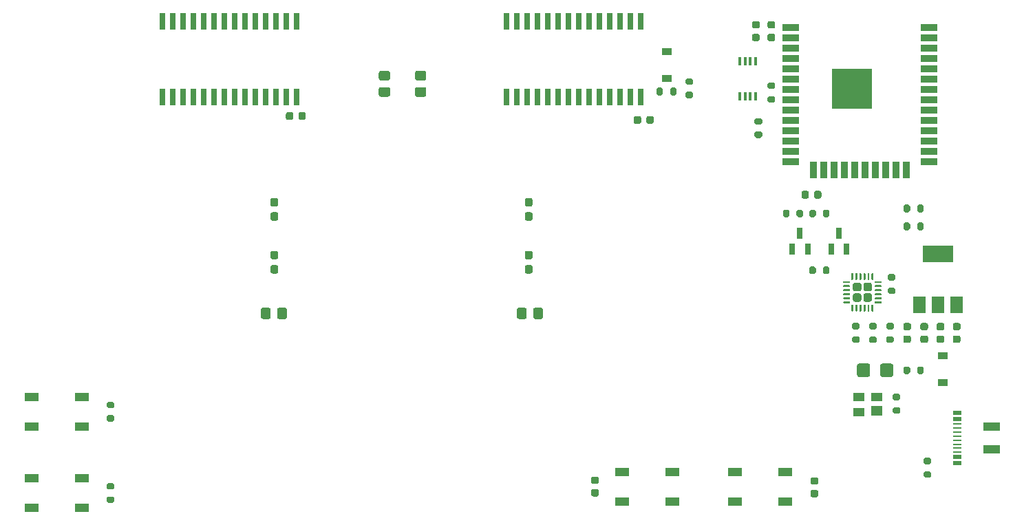
<source format=gbr>
G04 #@! TF.GenerationSoftware,KiCad,Pcbnew,(5.1.9)-1*
G04 #@! TF.CreationDate,2021-02-12T16:54:04+01:00*
G04 #@! TF.ProjectId,LTP305_ESP32_CLOCK,4c545033-3035-45f4-9553-5033325f434c,rev?*
G04 #@! TF.SameCoordinates,Original*
G04 #@! TF.FileFunction,Paste,Top*
G04 #@! TF.FilePolarity,Positive*
%FSLAX46Y46*%
G04 Gerber Fmt 4.6, Leading zero omitted, Abs format (unit mm)*
G04 Created by KiCad (PCBNEW (5.1.9)-1) date 2021-02-12 16:54:04*
%MOMM*%
%LPD*%
G01*
G04 APERTURE LIST*
%ADD10R,0.650000X2.100000*%
%ADD11R,2.000000X1.000000*%
%ADD12R,1.000000X0.270000*%
%ADD13R,1.000000X0.520000*%
%ADD14R,1.200000X0.900000*%
%ADD15R,1.400000X1.200000*%
%ADD16R,1.400000X1.000000*%
%ADD17R,0.650000X1.350000*%
%ADD18R,1.800000X1.100000*%
%ADD19R,3.800000X2.000000*%
%ADD20R,1.500000X2.000000*%
%ADD21R,0.400000X1.100000*%
%ADD22R,5.000000X5.000000*%
%ADD23R,2.000000X0.900000*%
%ADD24R,0.900000X2.000000*%
G04 APERTURE END LIST*
G36*
G01*
X131760000Y-139970000D02*
X131210000Y-139970000D01*
G75*
G02*
X131010000Y-139770000I0J200000D01*
G01*
X131010000Y-139370000D01*
G75*
G02*
X131210000Y-139170000I200000J0D01*
G01*
X131760000Y-139170000D01*
G75*
G02*
X131960000Y-139370000I0J-200000D01*
G01*
X131960000Y-139770000D01*
G75*
G02*
X131760000Y-139970000I-200000J0D01*
G01*
G37*
G36*
G01*
X131760000Y-141620000D02*
X131210000Y-141620000D01*
G75*
G02*
X131010000Y-141420000I0J200000D01*
G01*
X131010000Y-141020000D01*
G75*
G02*
X131210000Y-140820000I200000J0D01*
G01*
X131760000Y-140820000D01*
G75*
G02*
X131960000Y-141020000I0J-200000D01*
G01*
X131960000Y-141420000D01*
G75*
G02*
X131760000Y-141620000I-200000J0D01*
G01*
G37*
G36*
G01*
X131210000Y-130820000D02*
X131760000Y-130820000D01*
G75*
G02*
X131960000Y-131020000I0J-200000D01*
G01*
X131960000Y-131420000D01*
G75*
G02*
X131760000Y-131620000I-200000J0D01*
G01*
X131210000Y-131620000D01*
G75*
G02*
X131010000Y-131420000I0J200000D01*
G01*
X131010000Y-131020000D01*
G75*
G02*
X131210000Y-130820000I200000J0D01*
G01*
G37*
G36*
G01*
X131210000Y-129170000D02*
X131760000Y-129170000D01*
G75*
G02*
X131960000Y-129370000I0J-200000D01*
G01*
X131960000Y-129770000D01*
G75*
G02*
X131760000Y-129970000I-200000J0D01*
G01*
X131210000Y-129970000D01*
G75*
G02*
X131010000Y-129770000I0J200000D01*
G01*
X131010000Y-129370000D01*
G75*
G02*
X131210000Y-129170000I200000J0D01*
G01*
G37*
G36*
G01*
X229860000Y-105120000D02*
X229860000Y-105670000D01*
G75*
G02*
X229660000Y-105870000I-200000J0D01*
G01*
X229260000Y-105870000D01*
G75*
G02*
X229060000Y-105670000I0J200000D01*
G01*
X229060000Y-105120000D01*
G75*
G02*
X229260000Y-104920000I200000J0D01*
G01*
X229660000Y-104920000D01*
G75*
G02*
X229860000Y-105120000I0J-200000D01*
G01*
G37*
G36*
G01*
X231510000Y-105120000D02*
X231510000Y-105670000D01*
G75*
G02*
X231310000Y-105870000I-200000J0D01*
G01*
X230910000Y-105870000D01*
G75*
G02*
X230710000Y-105670000I0J200000D01*
G01*
X230710000Y-105120000D01*
G75*
G02*
X230910000Y-104920000I200000J0D01*
G01*
X231310000Y-104920000D01*
G75*
G02*
X231510000Y-105120000I0J-200000D01*
G01*
G37*
G36*
G01*
X229860000Y-107320000D02*
X229860000Y-107870000D01*
G75*
G02*
X229660000Y-108070000I-200000J0D01*
G01*
X229260000Y-108070000D01*
G75*
G02*
X229060000Y-107870000I0J200000D01*
G01*
X229060000Y-107320000D01*
G75*
G02*
X229260000Y-107120000I200000J0D01*
G01*
X229660000Y-107120000D01*
G75*
G02*
X229860000Y-107320000I0J-200000D01*
G01*
G37*
G36*
G01*
X231510000Y-107320000D02*
X231510000Y-107870000D01*
G75*
G02*
X231310000Y-108070000I-200000J0D01*
G01*
X230910000Y-108070000D01*
G75*
G02*
X230710000Y-107870000I0J200000D01*
G01*
X230710000Y-107320000D01*
G75*
G02*
X230910000Y-107120000I200000J0D01*
G01*
X231310000Y-107120000D01*
G75*
G02*
X231510000Y-107320000I0J-200000D01*
G01*
G37*
G36*
G01*
X227660000Y-120270000D02*
X227110000Y-120270000D01*
G75*
G02*
X226910000Y-120070000I0J200000D01*
G01*
X226910000Y-119670000D01*
G75*
G02*
X227110000Y-119470000I200000J0D01*
G01*
X227660000Y-119470000D01*
G75*
G02*
X227860000Y-119670000I0J-200000D01*
G01*
X227860000Y-120070000D01*
G75*
G02*
X227660000Y-120270000I-200000J0D01*
G01*
G37*
G36*
G01*
X227660000Y-121920000D02*
X227110000Y-121920000D01*
G75*
G02*
X226910000Y-121720000I0J200000D01*
G01*
X226910000Y-121320000D01*
G75*
G02*
X227110000Y-121120000I200000J0D01*
G01*
X227660000Y-121120000D01*
G75*
G02*
X227860000Y-121320000I0J-200000D01*
G01*
X227860000Y-121720000D01*
G75*
G02*
X227660000Y-121920000I-200000J0D01*
G01*
G37*
G36*
G01*
X215035000Y-105720000D02*
X215035000Y-106270000D01*
G75*
G02*
X214835000Y-106470000I-200000J0D01*
G01*
X214435000Y-106470000D01*
G75*
G02*
X214235000Y-106270000I0J200000D01*
G01*
X214235000Y-105720000D01*
G75*
G02*
X214435000Y-105520000I200000J0D01*
G01*
X214835000Y-105520000D01*
G75*
G02*
X215035000Y-105720000I0J-200000D01*
G01*
G37*
G36*
G01*
X216685000Y-105720000D02*
X216685000Y-106270000D01*
G75*
G02*
X216485000Y-106470000I-200000J0D01*
G01*
X216085000Y-106470000D01*
G75*
G02*
X215885000Y-106270000I0J200000D01*
G01*
X215885000Y-105720000D01*
G75*
G02*
X216085000Y-105520000I200000J0D01*
G01*
X216485000Y-105520000D01*
G75*
G02*
X216685000Y-105720000I0J-200000D01*
G01*
G37*
G36*
G01*
X227860000Y-114270000D02*
X227310000Y-114270000D01*
G75*
G02*
X227110000Y-114070000I0J200000D01*
G01*
X227110000Y-113670000D01*
G75*
G02*
X227310000Y-113470000I200000J0D01*
G01*
X227860000Y-113470000D01*
G75*
G02*
X228060000Y-113670000I0J-200000D01*
G01*
X228060000Y-114070000D01*
G75*
G02*
X227860000Y-114270000I-200000J0D01*
G01*
G37*
G36*
G01*
X227860000Y-115920000D02*
X227310000Y-115920000D01*
G75*
G02*
X227110000Y-115720000I0J200000D01*
G01*
X227110000Y-115320000D01*
G75*
G02*
X227310000Y-115120000I200000J0D01*
G01*
X227860000Y-115120000D01*
G75*
G02*
X228060000Y-115320000I0J-200000D01*
G01*
X228060000Y-115720000D01*
G75*
G02*
X227860000Y-115920000I-200000J0D01*
G01*
G37*
G36*
G01*
X223460000Y-120270000D02*
X222910000Y-120270000D01*
G75*
G02*
X222710000Y-120070000I0J200000D01*
G01*
X222710000Y-119670000D01*
G75*
G02*
X222910000Y-119470000I200000J0D01*
G01*
X223460000Y-119470000D01*
G75*
G02*
X223660000Y-119670000I0J-200000D01*
G01*
X223660000Y-120070000D01*
G75*
G02*
X223460000Y-120270000I-200000J0D01*
G01*
G37*
G36*
G01*
X223460000Y-121920000D02*
X222910000Y-121920000D01*
G75*
G02*
X222710000Y-121720000I0J200000D01*
G01*
X222710000Y-121320000D01*
G75*
G02*
X222910000Y-121120000I200000J0D01*
G01*
X223460000Y-121120000D01*
G75*
G02*
X223660000Y-121320000I0J-200000D01*
G01*
X223660000Y-121720000D01*
G75*
G02*
X223460000Y-121920000I-200000J0D01*
G01*
G37*
G36*
G01*
X202960000Y-90170000D02*
X202410000Y-90170000D01*
G75*
G02*
X202210000Y-89970000I0J200000D01*
G01*
X202210000Y-89570000D01*
G75*
G02*
X202410000Y-89370000I200000J0D01*
G01*
X202960000Y-89370000D01*
G75*
G02*
X203160000Y-89570000I0J-200000D01*
G01*
X203160000Y-89970000D01*
G75*
G02*
X202960000Y-90170000I-200000J0D01*
G01*
G37*
G36*
G01*
X202960000Y-91820000D02*
X202410000Y-91820000D01*
G75*
G02*
X202210000Y-91620000I0J200000D01*
G01*
X202210000Y-91220000D01*
G75*
G02*
X202410000Y-91020000I200000J0D01*
G01*
X202960000Y-91020000D01*
G75*
G02*
X203160000Y-91220000I0J-200000D01*
G01*
X203160000Y-91620000D01*
G75*
G02*
X202960000Y-91820000I-200000J0D01*
G01*
G37*
G36*
G01*
X213060000Y-90695000D02*
X212510000Y-90695000D01*
G75*
G02*
X212310000Y-90495000I0J200000D01*
G01*
X212310000Y-90095000D01*
G75*
G02*
X212510000Y-89895000I200000J0D01*
G01*
X213060000Y-89895000D01*
G75*
G02*
X213260000Y-90095000I0J-200000D01*
G01*
X213260000Y-90495000D01*
G75*
G02*
X213060000Y-90695000I-200000J0D01*
G01*
G37*
G36*
G01*
X213060000Y-92345000D02*
X212510000Y-92345000D01*
G75*
G02*
X212310000Y-92145000I0J200000D01*
G01*
X212310000Y-91745000D01*
G75*
G02*
X212510000Y-91545000I200000J0D01*
G01*
X213060000Y-91545000D01*
G75*
G02*
X213260000Y-91745000I0J-200000D01*
G01*
X213260000Y-92145000D01*
G75*
G02*
X213060000Y-92345000I-200000J0D01*
G01*
G37*
G36*
G01*
X210910000Y-95920000D02*
X211460000Y-95920000D01*
G75*
G02*
X211660000Y-96120000I0J-200000D01*
G01*
X211660000Y-96520000D01*
G75*
G02*
X211460000Y-96720000I-200000J0D01*
G01*
X210910000Y-96720000D01*
G75*
G02*
X210710000Y-96520000I0J200000D01*
G01*
X210710000Y-96120000D01*
G75*
G02*
X210910000Y-95920000I200000J0D01*
G01*
G37*
G36*
G01*
X210910000Y-94270000D02*
X211460000Y-94270000D01*
G75*
G02*
X211660000Y-94470000I0J-200000D01*
G01*
X211660000Y-94870000D01*
G75*
G02*
X211460000Y-95070000I-200000J0D01*
G01*
X210910000Y-95070000D01*
G75*
G02*
X210710000Y-94870000I0J200000D01*
G01*
X210710000Y-94470000D01*
G75*
G02*
X210910000Y-94270000I200000J0D01*
G01*
G37*
G36*
G01*
X218260000Y-105720000D02*
X218260000Y-106270000D01*
G75*
G02*
X218060000Y-106470000I-200000J0D01*
G01*
X217660000Y-106470000D01*
G75*
G02*
X217460000Y-106270000I0J200000D01*
G01*
X217460000Y-105720000D01*
G75*
G02*
X217660000Y-105520000I200000J0D01*
G01*
X218060000Y-105520000D01*
G75*
G02*
X218260000Y-105720000I0J-200000D01*
G01*
G37*
G36*
G01*
X219910000Y-105720000D02*
X219910000Y-106270000D01*
G75*
G02*
X219710000Y-106470000I-200000J0D01*
G01*
X219310000Y-106470000D01*
G75*
G02*
X219110000Y-106270000I0J200000D01*
G01*
X219110000Y-105720000D01*
G75*
G02*
X219310000Y-105520000I200000J0D01*
G01*
X219710000Y-105520000D01*
G75*
G02*
X219910000Y-105720000I0J-200000D01*
G01*
G37*
G36*
G01*
X219110000Y-113270000D02*
X219110000Y-112720000D01*
G75*
G02*
X219310000Y-112520000I200000J0D01*
G01*
X219710000Y-112520000D01*
G75*
G02*
X219910000Y-112720000I0J-200000D01*
G01*
X219910000Y-113270000D01*
G75*
G02*
X219710000Y-113470000I-200000J0D01*
G01*
X219310000Y-113470000D01*
G75*
G02*
X219110000Y-113270000I0J200000D01*
G01*
G37*
G36*
G01*
X217460000Y-113270000D02*
X217460000Y-112720000D01*
G75*
G02*
X217660000Y-112520000I200000J0D01*
G01*
X218060000Y-112520000D01*
G75*
G02*
X218260000Y-112720000I0J-200000D01*
G01*
X218260000Y-113270000D01*
G75*
G02*
X218060000Y-113470000I-200000J0D01*
G01*
X217660000Y-113470000D01*
G75*
G02*
X217460000Y-113270000I0J200000D01*
G01*
G37*
G36*
G01*
X225010000Y-121120000D02*
X225560000Y-121120000D01*
G75*
G02*
X225760000Y-121320000I0J-200000D01*
G01*
X225760000Y-121720000D01*
G75*
G02*
X225560000Y-121920000I-200000J0D01*
G01*
X225010000Y-121920000D01*
G75*
G02*
X224810000Y-121720000I0J200000D01*
G01*
X224810000Y-121320000D01*
G75*
G02*
X225010000Y-121120000I200000J0D01*
G01*
G37*
G36*
G01*
X225010000Y-119470000D02*
X225560000Y-119470000D01*
G75*
G02*
X225760000Y-119670000I0J-200000D01*
G01*
X225760000Y-120070000D01*
G75*
G02*
X225560000Y-120270000I-200000J0D01*
G01*
X225010000Y-120270000D01*
G75*
G02*
X224810000Y-120070000I0J200000D01*
G01*
X224810000Y-119670000D01*
G75*
G02*
X225010000Y-119470000I200000J0D01*
G01*
G37*
G36*
G01*
X229860000Y-125020000D02*
X229860000Y-125570000D01*
G75*
G02*
X229660000Y-125770000I-200000J0D01*
G01*
X229260000Y-125770000D01*
G75*
G02*
X229060000Y-125570000I0J200000D01*
G01*
X229060000Y-125020000D01*
G75*
G02*
X229260000Y-124820000I200000J0D01*
G01*
X229660000Y-124820000D01*
G75*
G02*
X229860000Y-125020000I0J-200000D01*
G01*
G37*
G36*
G01*
X231510000Y-125020000D02*
X231510000Y-125570000D01*
G75*
G02*
X231310000Y-125770000I-200000J0D01*
G01*
X230910000Y-125770000D01*
G75*
G02*
X230710000Y-125570000I0J200000D01*
G01*
X230710000Y-125020000D01*
G75*
G02*
X230910000Y-124820000I200000J0D01*
G01*
X231310000Y-124820000D01*
G75*
G02*
X231510000Y-125020000I0J-200000D01*
G01*
G37*
G36*
G01*
X199460000Y-90720000D02*
X199460000Y-91270000D01*
G75*
G02*
X199260000Y-91470000I-200000J0D01*
G01*
X198860000Y-91470000D01*
G75*
G02*
X198660000Y-91270000I0J200000D01*
G01*
X198660000Y-90720000D01*
G75*
G02*
X198860000Y-90520000I200000J0D01*
G01*
X199260000Y-90520000D01*
G75*
G02*
X199460000Y-90720000I0J-200000D01*
G01*
G37*
G36*
G01*
X201110000Y-90720000D02*
X201110000Y-91270000D01*
G75*
G02*
X200910000Y-91470000I-200000J0D01*
G01*
X200510000Y-91470000D01*
G75*
G02*
X200310000Y-91270000I0J200000D01*
G01*
X200310000Y-90720000D01*
G75*
G02*
X200510000Y-90520000I200000J0D01*
G01*
X200910000Y-90520000D01*
G75*
G02*
X201110000Y-90720000I0J-200000D01*
G01*
G37*
G36*
G01*
X228460000Y-128970000D02*
X227910000Y-128970000D01*
G75*
G02*
X227710000Y-128770000I0J200000D01*
G01*
X227710000Y-128370000D01*
G75*
G02*
X227910000Y-128170000I200000J0D01*
G01*
X228460000Y-128170000D01*
G75*
G02*
X228660000Y-128370000I0J-200000D01*
G01*
X228660000Y-128770000D01*
G75*
G02*
X228460000Y-128970000I-200000J0D01*
G01*
G37*
G36*
G01*
X228460000Y-130620000D02*
X227910000Y-130620000D01*
G75*
G02*
X227710000Y-130420000I0J200000D01*
G01*
X227710000Y-130020000D01*
G75*
G02*
X227910000Y-129820000I200000J0D01*
G01*
X228460000Y-129820000D01*
G75*
G02*
X228660000Y-130020000I0J-200000D01*
G01*
X228660000Y-130420000D01*
G75*
G02*
X228460000Y-130620000I-200000J0D01*
G01*
G37*
G36*
G01*
X231710000Y-137720000D02*
X232260000Y-137720000D01*
G75*
G02*
X232460000Y-137920000I0J-200000D01*
G01*
X232460000Y-138320000D01*
G75*
G02*
X232260000Y-138520000I-200000J0D01*
G01*
X231710000Y-138520000D01*
G75*
G02*
X231510000Y-138320000I0J200000D01*
G01*
X231510000Y-137920000D01*
G75*
G02*
X231710000Y-137720000I200000J0D01*
G01*
G37*
G36*
G01*
X231710000Y-136070000D02*
X232260000Y-136070000D01*
G75*
G02*
X232460000Y-136270000I0J-200000D01*
G01*
X232460000Y-136670000D01*
G75*
G02*
X232260000Y-136870000I-200000J0D01*
G01*
X231710000Y-136870000D01*
G75*
G02*
X231510000Y-136670000I0J200000D01*
G01*
X231510000Y-136270000D01*
G75*
G02*
X231710000Y-136070000I200000J0D01*
G01*
G37*
G36*
G01*
X196760000Y-94245000D02*
X196760000Y-94745000D01*
G75*
G02*
X196535000Y-94970000I-225000J0D01*
G01*
X196085000Y-94970000D01*
G75*
G02*
X195860000Y-94745000I0J225000D01*
G01*
X195860000Y-94245000D01*
G75*
G02*
X196085000Y-94020000I225000J0D01*
G01*
X196535000Y-94020000D01*
G75*
G02*
X196760000Y-94245000I0J-225000D01*
G01*
G37*
G36*
G01*
X198310000Y-94245000D02*
X198310000Y-94745000D01*
G75*
G02*
X198085000Y-94970000I-225000J0D01*
G01*
X197635000Y-94970000D01*
G75*
G02*
X197410000Y-94745000I0J225000D01*
G01*
X197410000Y-94245000D01*
G75*
G02*
X197635000Y-94020000I225000J0D01*
G01*
X198085000Y-94020000D01*
G75*
G02*
X198310000Y-94245000I0J-225000D01*
G01*
G37*
G36*
G01*
X153960000Y-93755000D02*
X153960000Y-94255000D01*
G75*
G02*
X153735000Y-94480000I-225000J0D01*
G01*
X153285000Y-94480000D01*
G75*
G02*
X153060000Y-94255000I0J225000D01*
G01*
X153060000Y-93755000D01*
G75*
G02*
X153285000Y-93530000I225000J0D01*
G01*
X153735000Y-93530000D01*
G75*
G02*
X153960000Y-93755000I0J-225000D01*
G01*
G37*
G36*
G01*
X155510000Y-93755000D02*
X155510000Y-94255000D01*
G75*
G02*
X155285000Y-94480000I-225000J0D01*
G01*
X154835000Y-94480000D01*
G75*
G02*
X154610000Y-94255000I0J225000D01*
G01*
X154610000Y-93755000D01*
G75*
G02*
X154835000Y-93530000I225000J0D01*
G01*
X155285000Y-93530000D01*
G75*
G02*
X155510000Y-93755000I0J-225000D01*
G01*
G37*
G36*
G01*
X210635000Y-83895000D02*
X211135000Y-83895000D01*
G75*
G02*
X211360000Y-84120000I0J-225000D01*
G01*
X211360000Y-84570000D01*
G75*
G02*
X211135000Y-84795000I-225000J0D01*
G01*
X210635000Y-84795000D01*
G75*
G02*
X210410000Y-84570000I0J225000D01*
G01*
X210410000Y-84120000D01*
G75*
G02*
X210635000Y-83895000I225000J0D01*
G01*
G37*
G36*
G01*
X210635000Y-82345000D02*
X211135000Y-82345000D01*
G75*
G02*
X211360000Y-82570000I0J-225000D01*
G01*
X211360000Y-83020000D01*
G75*
G02*
X211135000Y-83245000I-225000J0D01*
G01*
X210635000Y-83245000D01*
G75*
G02*
X210410000Y-83020000I0J225000D01*
G01*
X210410000Y-82570000D01*
G75*
G02*
X210635000Y-82345000I225000J0D01*
G01*
G37*
G36*
G01*
X212535000Y-83895000D02*
X213035000Y-83895000D01*
G75*
G02*
X213260000Y-84120000I0J-225000D01*
G01*
X213260000Y-84570000D01*
G75*
G02*
X213035000Y-84795000I-225000J0D01*
G01*
X212535000Y-84795000D01*
G75*
G02*
X212310000Y-84570000I0J225000D01*
G01*
X212310000Y-84120000D01*
G75*
G02*
X212535000Y-83895000I225000J0D01*
G01*
G37*
G36*
G01*
X212535000Y-82345000D02*
X213035000Y-82345000D01*
G75*
G02*
X213260000Y-82570000I0J-225000D01*
G01*
X213260000Y-83020000D01*
G75*
G02*
X213035000Y-83245000I-225000J0D01*
G01*
X212535000Y-83245000D01*
G75*
G02*
X212310000Y-83020000I0J225000D01*
G01*
X212310000Y-82570000D01*
G75*
G02*
X212535000Y-82345000I225000J0D01*
G01*
G37*
G36*
G01*
X229735000Y-120370000D02*
X229235000Y-120370000D01*
G75*
G02*
X229010000Y-120145000I0J225000D01*
G01*
X229010000Y-119695000D01*
G75*
G02*
X229235000Y-119470000I225000J0D01*
G01*
X229735000Y-119470000D01*
G75*
G02*
X229960000Y-119695000I0J-225000D01*
G01*
X229960000Y-120145000D01*
G75*
G02*
X229735000Y-120370000I-225000J0D01*
G01*
G37*
G36*
G01*
X229735000Y-121920000D02*
X229235000Y-121920000D01*
G75*
G02*
X229010000Y-121695000I0J225000D01*
G01*
X229010000Y-121245000D01*
G75*
G02*
X229235000Y-121020000I225000J0D01*
G01*
X229735000Y-121020000D01*
G75*
G02*
X229960000Y-121245000I0J-225000D01*
G01*
X229960000Y-121695000D01*
G75*
G02*
X229735000Y-121920000I-225000J0D01*
G01*
G37*
G36*
G01*
X231835000Y-120370000D02*
X231335000Y-120370000D01*
G75*
G02*
X231110000Y-120145000I0J225000D01*
G01*
X231110000Y-119695000D01*
G75*
G02*
X231335000Y-119470000I225000J0D01*
G01*
X231835000Y-119470000D01*
G75*
G02*
X232060000Y-119695000I0J-225000D01*
G01*
X232060000Y-120145000D01*
G75*
G02*
X231835000Y-120370000I-225000J0D01*
G01*
G37*
G36*
G01*
X231835000Y-121920000D02*
X231335000Y-121920000D01*
G75*
G02*
X231110000Y-121695000I0J225000D01*
G01*
X231110000Y-121245000D01*
G75*
G02*
X231335000Y-121020000I225000J0D01*
G01*
X231835000Y-121020000D01*
G75*
G02*
X232060000Y-121245000I0J-225000D01*
G01*
X232060000Y-121695000D01*
G75*
G02*
X231835000Y-121920000I-225000J0D01*
G01*
G37*
G36*
G01*
X217385000Y-103445000D02*
X217385000Y-103945000D01*
G75*
G02*
X217160000Y-104170000I-225000J0D01*
G01*
X216710000Y-104170000D01*
G75*
G02*
X216485000Y-103945000I0J225000D01*
G01*
X216485000Y-103445000D01*
G75*
G02*
X216710000Y-103220000I225000J0D01*
G01*
X217160000Y-103220000D01*
G75*
G02*
X217385000Y-103445000I0J-225000D01*
G01*
G37*
G36*
G01*
X218935000Y-103445000D02*
X218935000Y-103945000D01*
G75*
G02*
X218710000Y-104170000I-225000J0D01*
G01*
X218260000Y-104170000D01*
G75*
G02*
X218035000Y-103945000I0J225000D01*
G01*
X218035000Y-103445000D01*
G75*
G02*
X218260000Y-103220000I225000J0D01*
G01*
X218710000Y-103220000D01*
G75*
G02*
X218935000Y-103445000I0J-225000D01*
G01*
G37*
G36*
G01*
X217835000Y-140020000D02*
X218335000Y-140020000D01*
G75*
G02*
X218560000Y-140245000I0J-225000D01*
G01*
X218560000Y-140695000D01*
G75*
G02*
X218335000Y-140920000I-225000J0D01*
G01*
X217835000Y-140920000D01*
G75*
G02*
X217610000Y-140695000I0J225000D01*
G01*
X217610000Y-140245000D01*
G75*
G02*
X217835000Y-140020000I225000J0D01*
G01*
G37*
G36*
G01*
X217835000Y-138470000D02*
X218335000Y-138470000D01*
G75*
G02*
X218560000Y-138695000I0J-225000D01*
G01*
X218560000Y-139145000D01*
G75*
G02*
X218335000Y-139370000I-225000J0D01*
G01*
X217835000Y-139370000D01*
G75*
G02*
X217610000Y-139145000I0J225000D01*
G01*
X217610000Y-138695000D01*
G75*
G02*
X217835000Y-138470000I225000J0D01*
G01*
G37*
G36*
G01*
X190835000Y-139920000D02*
X191335000Y-139920000D01*
G75*
G02*
X191560000Y-140145000I0J-225000D01*
G01*
X191560000Y-140595000D01*
G75*
G02*
X191335000Y-140820000I-225000J0D01*
G01*
X190835000Y-140820000D01*
G75*
G02*
X190610000Y-140595000I0J225000D01*
G01*
X190610000Y-140145000D01*
G75*
G02*
X190835000Y-139920000I225000J0D01*
G01*
G37*
G36*
G01*
X190835000Y-138370000D02*
X191335000Y-138370000D01*
G75*
G02*
X191560000Y-138595000I0J-225000D01*
G01*
X191560000Y-139045000D01*
G75*
G02*
X191335000Y-139270000I-225000J0D01*
G01*
X190835000Y-139270000D01*
G75*
G02*
X190610000Y-139045000I0J225000D01*
G01*
X190610000Y-138595000D01*
G75*
G02*
X190835000Y-138370000I225000J0D01*
G01*
G37*
G36*
G01*
X233335000Y-121020000D02*
X233835000Y-121020000D01*
G75*
G02*
X234060000Y-121245000I0J-225000D01*
G01*
X234060000Y-121695000D01*
G75*
G02*
X233835000Y-121920000I-225000J0D01*
G01*
X233335000Y-121920000D01*
G75*
G02*
X233110000Y-121695000I0J225000D01*
G01*
X233110000Y-121245000D01*
G75*
G02*
X233335000Y-121020000I225000J0D01*
G01*
G37*
G36*
G01*
X233335000Y-119470000D02*
X233835000Y-119470000D01*
G75*
G02*
X234060000Y-119695000I0J-225000D01*
G01*
X234060000Y-120145000D01*
G75*
G02*
X233835000Y-120370000I-225000J0D01*
G01*
X233335000Y-120370000D01*
G75*
G02*
X233110000Y-120145000I0J225000D01*
G01*
X233110000Y-119695000D01*
G75*
G02*
X233335000Y-119470000I225000J0D01*
G01*
G37*
G36*
G01*
X235335000Y-121020000D02*
X235835000Y-121020000D01*
G75*
G02*
X236060000Y-121245000I0J-225000D01*
G01*
X236060000Y-121695000D01*
G75*
G02*
X235835000Y-121920000I-225000J0D01*
G01*
X235335000Y-121920000D01*
G75*
G02*
X235110000Y-121695000I0J225000D01*
G01*
X235110000Y-121245000D01*
G75*
G02*
X235335000Y-121020000I225000J0D01*
G01*
G37*
G36*
G01*
X235335000Y-119470000D02*
X235835000Y-119470000D01*
G75*
G02*
X236060000Y-119695000I0J-225000D01*
G01*
X236060000Y-120145000D01*
G75*
G02*
X235835000Y-120370000I-225000J0D01*
G01*
X235335000Y-120370000D01*
G75*
G02*
X235110000Y-120145000I0J225000D01*
G01*
X235110000Y-119695000D01*
G75*
G02*
X235335000Y-119470000I225000J0D01*
G01*
G37*
G36*
G01*
X224110000Y-116620001D02*
X224110000Y-116069999D01*
G75*
G02*
X224359999Y-115820000I249999J0D01*
G01*
X224910001Y-115820000D01*
G75*
G02*
X225160000Y-116069999I0J-249999D01*
G01*
X225160000Y-116620001D01*
G75*
G02*
X224910001Y-116870000I-249999J0D01*
G01*
X224359999Y-116870000D01*
G75*
G02*
X224110000Y-116620001I0J249999D01*
G01*
G37*
G36*
G01*
X224110000Y-115320001D02*
X224110000Y-114769999D01*
G75*
G02*
X224359999Y-114520000I249999J0D01*
G01*
X224910001Y-114520000D01*
G75*
G02*
X225160000Y-114769999I0J-249999D01*
G01*
X225160000Y-115320001D01*
G75*
G02*
X224910001Y-115570000I-249999J0D01*
G01*
X224359999Y-115570000D01*
G75*
G02*
X224110000Y-115320001I0J249999D01*
G01*
G37*
G36*
G01*
X222810000Y-116620001D02*
X222810000Y-116069999D01*
G75*
G02*
X223059999Y-115820000I249999J0D01*
G01*
X223610001Y-115820000D01*
G75*
G02*
X223860000Y-116069999I0J-249999D01*
G01*
X223860000Y-116620001D01*
G75*
G02*
X223610001Y-116870000I-249999J0D01*
G01*
X223059999Y-116870000D01*
G75*
G02*
X222810000Y-116620001I0J249999D01*
G01*
G37*
G36*
G01*
X222810000Y-115320001D02*
X222810000Y-114769999D01*
G75*
G02*
X223059999Y-114520000I249999J0D01*
G01*
X223610001Y-114520000D01*
G75*
G02*
X223860000Y-114769999I0J-249999D01*
G01*
X223860000Y-115320001D01*
G75*
G02*
X223610001Y-115570000I-249999J0D01*
G01*
X223059999Y-115570000D01*
G75*
G02*
X222810000Y-115320001I0J249999D01*
G01*
G37*
G36*
G01*
X222610000Y-114107500D02*
X222610000Y-113407500D01*
G75*
G02*
X222672500Y-113345000I62500J0D01*
G01*
X222797500Y-113345000D01*
G75*
G02*
X222860000Y-113407500I0J-62500D01*
G01*
X222860000Y-114107500D01*
G75*
G02*
X222797500Y-114170000I-62500J0D01*
G01*
X222672500Y-114170000D01*
G75*
G02*
X222610000Y-114107500I0J62500D01*
G01*
G37*
G36*
G01*
X223110000Y-114107500D02*
X223110000Y-113407500D01*
G75*
G02*
X223172500Y-113345000I62500J0D01*
G01*
X223297500Y-113345000D01*
G75*
G02*
X223360000Y-113407500I0J-62500D01*
G01*
X223360000Y-114107500D01*
G75*
G02*
X223297500Y-114170000I-62500J0D01*
G01*
X223172500Y-114170000D01*
G75*
G02*
X223110000Y-114107500I0J62500D01*
G01*
G37*
G36*
G01*
X223610000Y-114107500D02*
X223610000Y-113407500D01*
G75*
G02*
X223672500Y-113345000I62500J0D01*
G01*
X223797500Y-113345000D01*
G75*
G02*
X223860000Y-113407500I0J-62500D01*
G01*
X223860000Y-114107500D01*
G75*
G02*
X223797500Y-114170000I-62500J0D01*
G01*
X223672500Y-114170000D01*
G75*
G02*
X223610000Y-114107500I0J62500D01*
G01*
G37*
G36*
G01*
X224110000Y-114107500D02*
X224110000Y-113407500D01*
G75*
G02*
X224172500Y-113345000I62500J0D01*
G01*
X224297500Y-113345000D01*
G75*
G02*
X224360000Y-113407500I0J-62500D01*
G01*
X224360000Y-114107500D01*
G75*
G02*
X224297500Y-114170000I-62500J0D01*
G01*
X224172500Y-114170000D01*
G75*
G02*
X224110000Y-114107500I0J62500D01*
G01*
G37*
G36*
G01*
X224610000Y-114107500D02*
X224610000Y-113407500D01*
G75*
G02*
X224672500Y-113345000I62500J0D01*
G01*
X224797500Y-113345000D01*
G75*
G02*
X224860000Y-113407500I0J-62500D01*
G01*
X224860000Y-114107500D01*
G75*
G02*
X224797500Y-114170000I-62500J0D01*
G01*
X224672500Y-114170000D01*
G75*
G02*
X224610000Y-114107500I0J62500D01*
G01*
G37*
G36*
G01*
X225110000Y-114107500D02*
X225110000Y-113407500D01*
G75*
G02*
X225172500Y-113345000I62500J0D01*
G01*
X225297500Y-113345000D01*
G75*
G02*
X225360000Y-113407500I0J-62500D01*
G01*
X225360000Y-114107500D01*
G75*
G02*
X225297500Y-114170000I-62500J0D01*
G01*
X225172500Y-114170000D01*
G75*
G02*
X225110000Y-114107500I0J62500D01*
G01*
G37*
G36*
G01*
X225510000Y-114507500D02*
X225510000Y-114382500D01*
G75*
G02*
X225572500Y-114320000I62500J0D01*
G01*
X226272500Y-114320000D01*
G75*
G02*
X226335000Y-114382500I0J-62500D01*
G01*
X226335000Y-114507500D01*
G75*
G02*
X226272500Y-114570000I-62500J0D01*
G01*
X225572500Y-114570000D01*
G75*
G02*
X225510000Y-114507500I0J62500D01*
G01*
G37*
G36*
G01*
X225510000Y-115007500D02*
X225510000Y-114882500D01*
G75*
G02*
X225572500Y-114820000I62500J0D01*
G01*
X226272500Y-114820000D01*
G75*
G02*
X226335000Y-114882500I0J-62500D01*
G01*
X226335000Y-115007500D01*
G75*
G02*
X226272500Y-115070000I-62500J0D01*
G01*
X225572500Y-115070000D01*
G75*
G02*
X225510000Y-115007500I0J62500D01*
G01*
G37*
G36*
G01*
X225510000Y-115507500D02*
X225510000Y-115382500D01*
G75*
G02*
X225572500Y-115320000I62500J0D01*
G01*
X226272500Y-115320000D01*
G75*
G02*
X226335000Y-115382500I0J-62500D01*
G01*
X226335000Y-115507500D01*
G75*
G02*
X226272500Y-115570000I-62500J0D01*
G01*
X225572500Y-115570000D01*
G75*
G02*
X225510000Y-115507500I0J62500D01*
G01*
G37*
G36*
G01*
X225510000Y-116007500D02*
X225510000Y-115882500D01*
G75*
G02*
X225572500Y-115820000I62500J0D01*
G01*
X226272500Y-115820000D01*
G75*
G02*
X226335000Y-115882500I0J-62500D01*
G01*
X226335000Y-116007500D01*
G75*
G02*
X226272500Y-116070000I-62500J0D01*
G01*
X225572500Y-116070000D01*
G75*
G02*
X225510000Y-116007500I0J62500D01*
G01*
G37*
G36*
G01*
X225510000Y-116507500D02*
X225510000Y-116382500D01*
G75*
G02*
X225572500Y-116320000I62500J0D01*
G01*
X226272500Y-116320000D01*
G75*
G02*
X226335000Y-116382500I0J-62500D01*
G01*
X226335000Y-116507500D01*
G75*
G02*
X226272500Y-116570000I-62500J0D01*
G01*
X225572500Y-116570000D01*
G75*
G02*
X225510000Y-116507500I0J62500D01*
G01*
G37*
G36*
G01*
X225510000Y-117007500D02*
X225510000Y-116882500D01*
G75*
G02*
X225572500Y-116820000I62500J0D01*
G01*
X226272500Y-116820000D01*
G75*
G02*
X226335000Y-116882500I0J-62500D01*
G01*
X226335000Y-117007500D01*
G75*
G02*
X226272500Y-117070000I-62500J0D01*
G01*
X225572500Y-117070000D01*
G75*
G02*
X225510000Y-117007500I0J62500D01*
G01*
G37*
G36*
G01*
X225110000Y-117982500D02*
X225110000Y-117282500D01*
G75*
G02*
X225172500Y-117220000I62500J0D01*
G01*
X225297500Y-117220000D01*
G75*
G02*
X225360000Y-117282500I0J-62500D01*
G01*
X225360000Y-117982500D01*
G75*
G02*
X225297500Y-118045000I-62500J0D01*
G01*
X225172500Y-118045000D01*
G75*
G02*
X225110000Y-117982500I0J62500D01*
G01*
G37*
G36*
G01*
X224610000Y-117982500D02*
X224610000Y-117282500D01*
G75*
G02*
X224672500Y-117220000I62500J0D01*
G01*
X224797500Y-117220000D01*
G75*
G02*
X224860000Y-117282500I0J-62500D01*
G01*
X224860000Y-117982500D01*
G75*
G02*
X224797500Y-118045000I-62500J0D01*
G01*
X224672500Y-118045000D01*
G75*
G02*
X224610000Y-117982500I0J62500D01*
G01*
G37*
G36*
G01*
X224110000Y-117982500D02*
X224110000Y-117282500D01*
G75*
G02*
X224172500Y-117220000I62500J0D01*
G01*
X224297500Y-117220000D01*
G75*
G02*
X224360000Y-117282500I0J-62500D01*
G01*
X224360000Y-117982500D01*
G75*
G02*
X224297500Y-118045000I-62500J0D01*
G01*
X224172500Y-118045000D01*
G75*
G02*
X224110000Y-117982500I0J62500D01*
G01*
G37*
G36*
G01*
X223610000Y-117982500D02*
X223610000Y-117282500D01*
G75*
G02*
X223672500Y-117220000I62500J0D01*
G01*
X223797500Y-117220000D01*
G75*
G02*
X223860000Y-117282500I0J-62500D01*
G01*
X223860000Y-117982500D01*
G75*
G02*
X223797500Y-118045000I-62500J0D01*
G01*
X223672500Y-118045000D01*
G75*
G02*
X223610000Y-117982500I0J62500D01*
G01*
G37*
G36*
G01*
X223110000Y-117982500D02*
X223110000Y-117282500D01*
G75*
G02*
X223172500Y-117220000I62500J0D01*
G01*
X223297500Y-117220000D01*
G75*
G02*
X223360000Y-117282500I0J-62500D01*
G01*
X223360000Y-117982500D01*
G75*
G02*
X223297500Y-118045000I-62500J0D01*
G01*
X223172500Y-118045000D01*
G75*
G02*
X223110000Y-117982500I0J62500D01*
G01*
G37*
G36*
G01*
X222610000Y-117982500D02*
X222610000Y-117282500D01*
G75*
G02*
X222672500Y-117220000I62500J0D01*
G01*
X222797500Y-117220000D01*
G75*
G02*
X222860000Y-117282500I0J-62500D01*
G01*
X222860000Y-117982500D01*
G75*
G02*
X222797500Y-118045000I-62500J0D01*
G01*
X222672500Y-118045000D01*
G75*
G02*
X222610000Y-117982500I0J62500D01*
G01*
G37*
G36*
G01*
X221635000Y-117007500D02*
X221635000Y-116882500D01*
G75*
G02*
X221697500Y-116820000I62500J0D01*
G01*
X222397500Y-116820000D01*
G75*
G02*
X222460000Y-116882500I0J-62500D01*
G01*
X222460000Y-117007500D01*
G75*
G02*
X222397500Y-117070000I-62500J0D01*
G01*
X221697500Y-117070000D01*
G75*
G02*
X221635000Y-117007500I0J62500D01*
G01*
G37*
G36*
G01*
X221635000Y-116507500D02*
X221635000Y-116382500D01*
G75*
G02*
X221697500Y-116320000I62500J0D01*
G01*
X222397500Y-116320000D01*
G75*
G02*
X222460000Y-116382500I0J-62500D01*
G01*
X222460000Y-116507500D01*
G75*
G02*
X222397500Y-116570000I-62500J0D01*
G01*
X221697500Y-116570000D01*
G75*
G02*
X221635000Y-116507500I0J62500D01*
G01*
G37*
G36*
G01*
X221635000Y-116007500D02*
X221635000Y-115882500D01*
G75*
G02*
X221697500Y-115820000I62500J0D01*
G01*
X222397500Y-115820000D01*
G75*
G02*
X222460000Y-115882500I0J-62500D01*
G01*
X222460000Y-116007500D01*
G75*
G02*
X222397500Y-116070000I-62500J0D01*
G01*
X221697500Y-116070000D01*
G75*
G02*
X221635000Y-116007500I0J62500D01*
G01*
G37*
G36*
G01*
X221635000Y-115507500D02*
X221635000Y-115382500D01*
G75*
G02*
X221697500Y-115320000I62500J0D01*
G01*
X222397500Y-115320000D01*
G75*
G02*
X222460000Y-115382500I0J-62500D01*
G01*
X222460000Y-115507500D01*
G75*
G02*
X222397500Y-115570000I-62500J0D01*
G01*
X221697500Y-115570000D01*
G75*
G02*
X221635000Y-115507500I0J62500D01*
G01*
G37*
G36*
G01*
X221635000Y-115007500D02*
X221635000Y-114882500D01*
G75*
G02*
X221697500Y-114820000I62500J0D01*
G01*
X222397500Y-114820000D01*
G75*
G02*
X222460000Y-114882500I0J-62500D01*
G01*
X222460000Y-115007500D01*
G75*
G02*
X222397500Y-115070000I-62500J0D01*
G01*
X221697500Y-115070000D01*
G75*
G02*
X221635000Y-115007500I0J62500D01*
G01*
G37*
G36*
G01*
X221635000Y-114507500D02*
X221635000Y-114382500D01*
G75*
G02*
X221697500Y-114320000I62500J0D01*
G01*
X222397500Y-114320000D01*
G75*
G02*
X222460000Y-114382500I0J-62500D01*
G01*
X222460000Y-114507500D01*
G75*
G02*
X222397500Y-114570000I-62500J0D01*
G01*
X221697500Y-114570000D01*
G75*
G02*
X221635000Y-114507500I0J62500D01*
G01*
G37*
D10*
X154340000Y-82345000D03*
X153070000Y-82345000D03*
X151800000Y-82345000D03*
X150530000Y-82345000D03*
X149260000Y-82345000D03*
X147990000Y-82345000D03*
X146720000Y-82345000D03*
X145450000Y-82345000D03*
X144180000Y-82345000D03*
X142910000Y-82345000D03*
X141640000Y-82345000D03*
X140370000Y-82345000D03*
X139100000Y-82345000D03*
X137830000Y-82345000D03*
X137830000Y-91645000D03*
X139100000Y-91645000D03*
X140370000Y-91645000D03*
X141640000Y-91645000D03*
X142910000Y-91645000D03*
X144180000Y-91645000D03*
X145450000Y-91645000D03*
X146720000Y-91645000D03*
X147990000Y-91645000D03*
X149260000Y-91645000D03*
X150530000Y-91645000D03*
X151800000Y-91645000D03*
X153070000Y-91645000D03*
X154340000Y-91645000D03*
D11*
X239885000Y-132235000D03*
X239885000Y-135035000D03*
D12*
X235685000Y-132385000D03*
X235685000Y-132885000D03*
X235685000Y-133385000D03*
X235685000Y-133885000D03*
X235685000Y-134385000D03*
X235685000Y-134885000D03*
X235685000Y-131885000D03*
X235685000Y-135385000D03*
D13*
X235685000Y-131285000D03*
X235685000Y-135985000D03*
X235685000Y-130535000D03*
X235685000Y-136735000D03*
D14*
X233885000Y-126845000D03*
X233885000Y-123545000D03*
D15*
X225785000Y-130265000D03*
D16*
X225785000Y-128545000D03*
X223585000Y-128545000D03*
X223585000Y-130445000D03*
D14*
X199885000Y-89345000D03*
X199885000Y-86045000D03*
G36*
G01*
X223335000Y-125870000D02*
X223335000Y-124720000D01*
G75*
G02*
X223585000Y-124470000I250000J0D01*
G01*
X224685000Y-124470000D01*
G75*
G02*
X224935000Y-124720000I0J-250000D01*
G01*
X224935000Y-125870000D01*
G75*
G02*
X224685000Y-126120000I-250000J0D01*
G01*
X223585000Y-126120000D01*
G75*
G02*
X223335000Y-125870000I0J250000D01*
G01*
G37*
G36*
G01*
X226185000Y-125870000D02*
X226185000Y-124720000D01*
G75*
G02*
X226435000Y-124470000I250000J0D01*
G01*
X227535000Y-124470000D01*
G75*
G02*
X227785000Y-124720000I0J-250000D01*
G01*
X227785000Y-125870000D01*
G75*
G02*
X227535000Y-126120000I-250000J0D01*
G01*
X226435000Y-126120000D01*
G75*
G02*
X226185000Y-125870000I0J250000D01*
G01*
G37*
G36*
G01*
X151397500Y-105845000D02*
X151872500Y-105845000D01*
G75*
G02*
X152110000Y-106082500I0J-237500D01*
G01*
X152110000Y-106657500D01*
G75*
G02*
X151872500Y-106895000I-237500J0D01*
G01*
X151397500Y-106895000D01*
G75*
G02*
X151160000Y-106657500I0J237500D01*
G01*
X151160000Y-106082500D01*
G75*
G02*
X151397500Y-105845000I237500J0D01*
G01*
G37*
G36*
G01*
X151397500Y-104095000D02*
X151872500Y-104095000D01*
G75*
G02*
X152110000Y-104332500I0J-237500D01*
G01*
X152110000Y-104907500D01*
G75*
G02*
X151872500Y-105145000I-237500J0D01*
G01*
X151397500Y-105145000D01*
G75*
G02*
X151160000Y-104907500I0J237500D01*
G01*
X151160000Y-104332500D01*
G75*
G02*
X151397500Y-104095000I237500J0D01*
G01*
G37*
G36*
G01*
X151872500Y-113395000D02*
X151397500Y-113395000D01*
G75*
G02*
X151160000Y-113157500I0J237500D01*
G01*
X151160000Y-112582500D01*
G75*
G02*
X151397500Y-112345000I237500J0D01*
G01*
X151872500Y-112345000D01*
G75*
G02*
X152110000Y-112582500I0J-237500D01*
G01*
X152110000Y-113157500D01*
G75*
G02*
X151872500Y-113395000I-237500J0D01*
G01*
G37*
G36*
G01*
X151872500Y-111645000D02*
X151397500Y-111645000D01*
G75*
G02*
X151160000Y-111407500I0J237500D01*
G01*
X151160000Y-110832500D01*
G75*
G02*
X151397500Y-110595000I237500J0D01*
G01*
X151872500Y-110595000D01*
G75*
G02*
X152110000Y-110832500I0J-237500D01*
G01*
X152110000Y-111407500D01*
G75*
G02*
X151872500Y-111645000I-237500J0D01*
G01*
G37*
G36*
G01*
X182692500Y-105845000D02*
X183167500Y-105845000D01*
G75*
G02*
X183405000Y-106082500I0J-237500D01*
G01*
X183405000Y-106657500D01*
G75*
G02*
X183167500Y-106895000I-237500J0D01*
G01*
X182692500Y-106895000D01*
G75*
G02*
X182455000Y-106657500I0J237500D01*
G01*
X182455000Y-106082500D01*
G75*
G02*
X182692500Y-105845000I237500J0D01*
G01*
G37*
G36*
G01*
X182692500Y-104095000D02*
X183167500Y-104095000D01*
G75*
G02*
X183405000Y-104332500I0J-237500D01*
G01*
X183405000Y-104907500D01*
G75*
G02*
X183167500Y-105145000I-237500J0D01*
G01*
X182692500Y-105145000D01*
G75*
G02*
X182455000Y-104907500I0J237500D01*
G01*
X182455000Y-104332500D01*
G75*
G02*
X182692500Y-104095000I237500J0D01*
G01*
G37*
G36*
G01*
X183167500Y-113395000D02*
X182692500Y-113395000D01*
G75*
G02*
X182455000Y-113157500I0J237500D01*
G01*
X182455000Y-112582500D01*
G75*
G02*
X182692500Y-112345000I237500J0D01*
G01*
X183167500Y-112345000D01*
G75*
G02*
X183405000Y-112582500I0J-237500D01*
G01*
X183405000Y-113157500D01*
G75*
G02*
X183167500Y-113395000I-237500J0D01*
G01*
G37*
G36*
G01*
X183167500Y-111645000D02*
X182692500Y-111645000D01*
G75*
G02*
X182455000Y-111407500I0J237500D01*
G01*
X182455000Y-110832500D01*
G75*
G02*
X182692500Y-110595000I237500J0D01*
G01*
X183167500Y-110595000D01*
G75*
G02*
X183405000Y-110832500I0J-237500D01*
G01*
X183405000Y-111407500D01*
G75*
G02*
X183167500Y-111645000I-237500J0D01*
G01*
G37*
D10*
X196740000Y-91645000D03*
X195470000Y-91645000D03*
X194200000Y-91645000D03*
X192930000Y-91645000D03*
X191660000Y-91645000D03*
X190390000Y-91645000D03*
X189120000Y-91645000D03*
X187850000Y-91645000D03*
X186580000Y-91645000D03*
X185310000Y-91645000D03*
X184040000Y-91645000D03*
X182770000Y-91645000D03*
X181500000Y-91645000D03*
X180230000Y-91645000D03*
X180230000Y-82345000D03*
X181500000Y-82345000D03*
X182770000Y-82345000D03*
X184040000Y-82345000D03*
X185310000Y-82345000D03*
X186580000Y-82345000D03*
X187850000Y-82345000D03*
X189120000Y-82345000D03*
X190390000Y-82345000D03*
X191660000Y-82345000D03*
X192930000Y-82345000D03*
X194200000Y-82345000D03*
X195470000Y-82345000D03*
X196740000Y-82345000D03*
D17*
X216285000Y-108395000D03*
X217245000Y-110395000D03*
X215325000Y-110395000D03*
X220125000Y-110395000D03*
X222045000Y-110395000D03*
X221085000Y-108395000D03*
G36*
G01*
X151985000Y-118745001D02*
X151985000Y-117844999D01*
G75*
G02*
X152234999Y-117595000I249999J0D01*
G01*
X152935001Y-117595000D01*
G75*
G02*
X153185000Y-117844999I0J-249999D01*
G01*
X153185000Y-118745001D01*
G75*
G02*
X152935001Y-118995000I-249999J0D01*
G01*
X152234999Y-118995000D01*
G75*
G02*
X151985000Y-118745001I0J249999D01*
G01*
G37*
G36*
G01*
X149985000Y-118745001D02*
X149985000Y-117844999D01*
G75*
G02*
X150234999Y-117595000I249999J0D01*
G01*
X150935001Y-117595000D01*
G75*
G02*
X151185000Y-117844999I0J-249999D01*
G01*
X151185000Y-118745001D01*
G75*
G02*
X150935001Y-118995000I-249999J0D01*
G01*
X150234999Y-118995000D01*
G75*
G02*
X149985000Y-118745001I0J249999D01*
G01*
G37*
G36*
G01*
X181485000Y-118745001D02*
X181485000Y-117844999D01*
G75*
G02*
X181734999Y-117595000I249999J0D01*
G01*
X182435001Y-117595000D01*
G75*
G02*
X182685000Y-117844999I0J-249999D01*
G01*
X182685000Y-118745001D01*
G75*
G02*
X182435001Y-118995000I-249999J0D01*
G01*
X181734999Y-118995000D01*
G75*
G02*
X181485000Y-118745001I0J249999D01*
G01*
G37*
G36*
G01*
X183485000Y-118745001D02*
X183485000Y-117844999D01*
G75*
G02*
X183734999Y-117595000I249999J0D01*
G01*
X184435001Y-117595000D01*
G75*
G02*
X184685000Y-117844999I0J-249999D01*
G01*
X184685000Y-118745001D01*
G75*
G02*
X184435001Y-118995000I-249999J0D01*
G01*
X183734999Y-118995000D01*
G75*
G02*
X183485000Y-118745001I0J249999D01*
G01*
G37*
G36*
G01*
X164734999Y-88445000D02*
X165635001Y-88445000D01*
G75*
G02*
X165885000Y-88694999I0J-249999D01*
G01*
X165885000Y-89395001D01*
G75*
G02*
X165635001Y-89645000I-249999J0D01*
G01*
X164734999Y-89645000D01*
G75*
G02*
X164485000Y-89395001I0J249999D01*
G01*
X164485000Y-88694999D01*
G75*
G02*
X164734999Y-88445000I249999J0D01*
G01*
G37*
G36*
G01*
X164734999Y-90445000D02*
X165635001Y-90445000D01*
G75*
G02*
X165885000Y-90694999I0J-249999D01*
G01*
X165885000Y-91395001D01*
G75*
G02*
X165635001Y-91645000I-249999J0D01*
G01*
X164734999Y-91645000D01*
G75*
G02*
X164485000Y-91395001I0J249999D01*
G01*
X164485000Y-90694999D01*
G75*
G02*
X164734999Y-90445000I249999J0D01*
G01*
G37*
G36*
G01*
X169184999Y-88445000D02*
X170085001Y-88445000D01*
G75*
G02*
X170335000Y-88694999I0J-249999D01*
G01*
X170335000Y-89395001D01*
G75*
G02*
X170085001Y-89645000I-249999J0D01*
G01*
X169184999Y-89645000D01*
G75*
G02*
X168935000Y-89395001I0J249999D01*
G01*
X168935000Y-88694999D01*
G75*
G02*
X169184999Y-88445000I249999J0D01*
G01*
G37*
G36*
G01*
X169184999Y-90445000D02*
X170085001Y-90445000D01*
G75*
G02*
X170335000Y-90694999I0J-249999D01*
G01*
X170335000Y-91395001D01*
G75*
G02*
X170085001Y-91645000I-249999J0D01*
G01*
X169184999Y-91645000D01*
G75*
G02*
X168935000Y-91395001I0J249999D01*
G01*
X168935000Y-90694999D01*
G75*
G02*
X169184999Y-90445000I249999J0D01*
G01*
G37*
D18*
X194445000Y-137795000D03*
X200645000Y-137795000D03*
X194445000Y-141495000D03*
X200645000Y-141495000D03*
X208315000Y-137785000D03*
X214515000Y-137785000D03*
X208315000Y-141485000D03*
X214515000Y-141485000D03*
X121785000Y-128545000D03*
X127985000Y-128545000D03*
X121785000Y-132245000D03*
X127985000Y-132245000D03*
X121785000Y-138545000D03*
X127985000Y-138545000D03*
X121785000Y-142245000D03*
X127985000Y-142245000D03*
D19*
X233285000Y-110945000D03*
D20*
X233285000Y-117245000D03*
X235585000Y-117245000D03*
X230985000Y-117245000D03*
D21*
X208910000Y-91545000D03*
X209560000Y-91545000D03*
X210210000Y-91545000D03*
X210860000Y-91545000D03*
X210860000Y-87245000D03*
X210210000Y-87245000D03*
X209560000Y-87245000D03*
X208910000Y-87245000D03*
D22*
X222685000Y-90640000D03*
D23*
X215185000Y-83140000D03*
X215185000Y-84410000D03*
X215185000Y-85680000D03*
X215185000Y-86950000D03*
X215185000Y-88220000D03*
X215185000Y-89490000D03*
X215185000Y-90760000D03*
X215185000Y-92030000D03*
X215185000Y-93300000D03*
X215185000Y-94570000D03*
X215185000Y-95840000D03*
X215185000Y-97110000D03*
X215185000Y-98380000D03*
X215185000Y-99650000D03*
D24*
X217970000Y-100650000D03*
X219240000Y-100650000D03*
X220510000Y-100650000D03*
X221780000Y-100650000D03*
X223050000Y-100650000D03*
X224320000Y-100650000D03*
X225590000Y-100650000D03*
X226860000Y-100650000D03*
X228130000Y-100650000D03*
X229400000Y-100650000D03*
D23*
X232185000Y-99650000D03*
X232185000Y-98380000D03*
X232185000Y-97110000D03*
X232185000Y-95840000D03*
X232185000Y-94570000D03*
X232185000Y-93300000D03*
X232185000Y-92030000D03*
X232185000Y-90760000D03*
X232185000Y-89490000D03*
X232185000Y-88220000D03*
X232185000Y-86950000D03*
X232185000Y-85680000D03*
X232185000Y-84410000D03*
X232185000Y-83140000D03*
M02*

</source>
